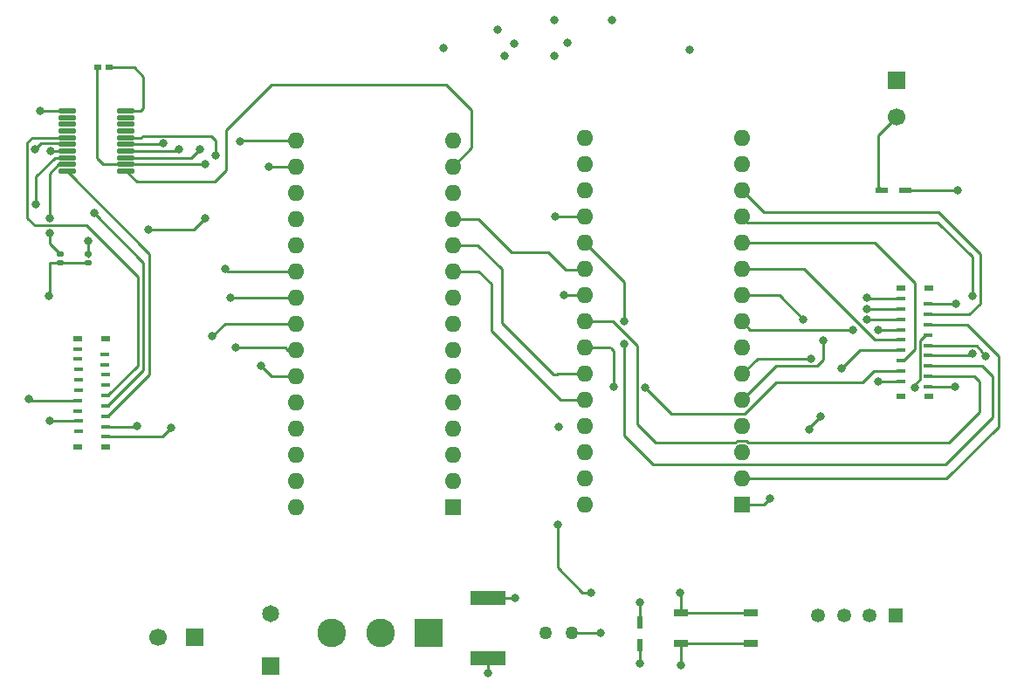
<source format=gtl>
%TF.GenerationSoftware,KiCad,Pcbnew,6.0.10-86aedd382b~118~ubuntu18.04.1*%
%TF.CreationDate,2023-06-08T12:45:09-07:00*%
%TF.ProjectId,1000026_V0.kicad_pcb,31303030-3032-4365-9f56-302e6b696361,rev?*%
%TF.SameCoordinates,Original*%
%TF.FileFunction,Copper,L1,Top*%
%TF.FilePolarity,Positive*%
%FSLAX46Y46*%
G04 Gerber Fmt 4.6, Leading zero omitted, Abs format (unit mm)*
G04 Created by KiCad (PCBNEW 6.0.10-86aedd382b~118~ubuntu18.04.1) date 2023-06-08 12:45:09*
%MOMM*%
%LPD*%
G01*
G04 APERTURE LIST*
G04 Aperture macros list*
%AMRoundRect*
0 Rectangle with rounded corners*
0 $1 Rounding radius*
0 $2 $3 $4 $5 $6 $7 $8 $9 X,Y pos of 4 corners*
0 Add a 4 corners polygon primitive as box body*
4,1,4,$2,$3,$4,$5,$6,$7,$8,$9,$2,$3,0*
0 Add four circle primitives for the rounded corners*
1,1,$1+$1,$2,$3*
1,1,$1+$1,$4,$5*
1,1,$1+$1,$6,$7*
1,1,$1+$1,$8,$9*
0 Add four rect primitives between the rounded corners*
20,1,$1+$1,$2,$3,$4,$5,0*
20,1,$1+$1,$4,$5,$6,$7,0*
20,1,$1+$1,$6,$7,$8,$9,0*
20,1,$1+$1,$8,$9,$2,$3,0*%
G04 Aperture macros list end*
%TA.AperFunction,ComponentPad*%
%ADD10R,1.600000X1.600000*%
%TD*%
%TA.AperFunction,ComponentPad*%
%ADD11O,1.600000X1.600000*%
%TD*%
%TA.AperFunction,SMDPad,CuDef*%
%ADD12R,3.460000X1.330000*%
%TD*%
%TA.AperFunction,SMDPad,CuDef*%
%ADD13R,0.832200X0.605600*%
%TD*%
%TA.AperFunction,SMDPad,CuDef*%
%ADD14R,0.850000X0.400000*%
%TD*%
%TA.AperFunction,SMDPad,CuDef*%
%ADD15RoundRect,0.075600X-0.224400X-0.194400X0.224400X-0.194400X0.224400X0.194400X-0.224400X0.194400X0*%
%TD*%
%TA.AperFunction,ComponentPad*%
%ADD16R,1.700000X1.700000*%
%TD*%
%TA.AperFunction,ComponentPad*%
%ADD17C,1.700000*%
%TD*%
%TA.AperFunction,SMDPad,CuDef*%
%ADD18R,1.411198X0.771200*%
%TD*%
%TA.AperFunction,ComponentPad*%
%ADD19R,1.651000X1.651000*%
%TD*%
%TA.AperFunction,ComponentPad*%
%ADD20C,1.651000*%
%TD*%
%TA.AperFunction,SMDPad,CuDef*%
%ADD21R,1.157199X0.466400*%
%TD*%
%TA.AperFunction,SMDPad,CuDef*%
%ADD22R,0.466400X1.157199*%
%TD*%
%TA.AperFunction,ComponentPad*%
%ADD23R,1.350000X1.350000*%
%TD*%
%TA.AperFunction,ComponentPad*%
%ADD24C,1.350000*%
%TD*%
%TA.AperFunction,ComponentPad*%
%ADD25R,2.775000X2.775000*%
%TD*%
%TA.AperFunction,ComponentPad*%
%ADD26C,2.775000*%
%TD*%
%TA.AperFunction,ComponentPad*%
%ADD27C,1.270000*%
%TD*%
%TA.AperFunction,SMDPad,CuDef*%
%ADD28R,0.654800X0.508000*%
%TD*%
%TA.AperFunction,SMDPad,CuDef*%
%ADD29RoundRect,0.020500X0.764500X0.184500X-0.764500X0.184500X-0.764500X-0.184500X0.764500X-0.184500X0*%
%TD*%
%TA.AperFunction,ViaPad*%
%ADD30C,0.800000*%
%TD*%
%TA.AperFunction,Conductor*%
%ADD31C,0.250000*%
%TD*%
G04 APERTURE END LIST*
D10*
%TO.P,A2,1,D1/TX*%
%TO.N,unconnected-(A2-Pad1)*%
X140364800Y-103413200D03*
D11*
%TO.P,A2,2,D0/RX*%
%TO.N,unconnected-(A2-Pad2)*%
X140364800Y-100873200D03*
%TO.P,A2,3,~{RESET}*%
%TO.N,unconnected-(A2-Pad3)*%
X140364800Y-98333200D03*
%TO.P,A2,4,GND*%
%TO.N,unconnected-(A2-Pad4)*%
X140364800Y-95793200D03*
%TO.P,A2,5,D2*%
%TO.N,unconnected-(A2-Pad5)*%
X140364800Y-93253200D03*
%TO.P,A2,6,~D3*%
%TO.N,unconnected-(A2-Pad6)*%
X140364800Y-90713200D03*
%TO.P,A2,7,D4*%
%TO.N,unconnected-(A2-Pad7)*%
X140364800Y-88173200D03*
%TO.P,A2,8,~D5*%
%TO.N,unconnected-(A2-Pad8)*%
X140364800Y-85633200D03*
%TO.P,A2,9,~D6*%
%TO.N,unconnected-(A2-Pad9)*%
X140364800Y-83093200D03*
%TO.P,A2,10,D7*%
%TO.N,bit_0*%
X140364800Y-80553200D03*
%TO.P,A2,11,D8*%
%TO.N,bit_1*%
X140364800Y-78013200D03*
%TO.P,A2,12,~D9*%
%TO.N,bit_2*%
X140364800Y-75473200D03*
%TO.P,A2,13,~D10*%
%TO.N,unconnected-(A2-Pad13)*%
X140364800Y-72933200D03*
%TO.P,A2,14,D11/MOSI*%
%TO.N,/MOSI*%
X140364800Y-70393200D03*
%TO.P,A2,15,~D12/MSIO*%
%TO.N,unconnected-(A2-Pad15)*%
X140364800Y-67853200D03*
%TO.P,A2,16,D13/SCK*%
%TO.N,SCK*%
X125124800Y-67853200D03*
%TO.P,A2,17,3V3*%
%TO.N,3.3V_2*%
X125124800Y-70393200D03*
%TO.P,A2,18,AREF*%
%TO.N,unconnected-(A2-Pad18)*%
X125124800Y-72933200D03*
%TO.P,A2,19,D14/A0*%
%TO.N,unconnected-(A2-Pad19)*%
X125124800Y-75473200D03*
%TO.P,A2,20,D15/A1*%
%TO.N,Analog*%
X125124800Y-78013200D03*
%TO.P,A2,21,D16/A2*%
%TO.N,CS*%
X125124800Y-80553200D03*
%TO.P,A2,22,D17/A3*%
%TO.N,DC*%
X125124800Y-83093200D03*
%TO.P,A2,23,D18/SDA/A4*%
%TO.N,SDA_2*%
X125124800Y-85633200D03*
%TO.P,A2,24,D19/SCL/A5*%
%TO.N,SDL_2*%
X125124800Y-88173200D03*
%TO.P,A2,25,D20/A6*%
%TO.N,RST*%
X125124800Y-90713200D03*
%TO.P,A2,26,D21/A7*%
%TO.N,unconnected-(A2-Pad26)*%
X125124800Y-93253200D03*
%TO.P,A2,27,+5V*%
%TO.N,5V_2*%
X125124800Y-95793200D03*
%TO.P,A2,28,~{RESET}*%
%TO.N,unconnected-(A2-Pad28)*%
X125124800Y-98333200D03*
%TO.P,A2,29,GND*%
%TO.N,GND*%
X125124800Y-100873200D03*
%TO.P,A2,30,VIN*%
%TO.N,7.4V*%
X125124800Y-103413200D03*
%TD*%
D12*
%TO.P,R1,1*%
%TO.N,7.4V*%
X143749800Y-118093200D03*
%TO.P,R1,2*%
%TO.N,Net-(LED1-Pad2)*%
X143749800Y-112205200D03*
%TD*%
D13*
%TO.P,J2, *%
%TO.N,N/C*%
X106663200Y-97612400D03*
X103996200Y-97612400D03*
X103996200Y-87122200D03*
X106663200Y-87122200D03*
D14*
%TO.P,J2,1,1*%
%TO.N,unconnected-(J2-Pad1)*%
X104020176Y-88057725D03*
%TO.P,J2,2,2*%
%TO.N,unconnected-(J2-Pad2)*%
X106646842Y-88595355D03*
%TO.P,J2,3,3*%
%TO.N,unconnected-(J2-Pad3)*%
X104023550Y-89063346D03*
%TO.P,J2,4,4*%
%TO.N,unconnected-(J2-Pad4)*%
X106646842Y-89595998D03*
%TO.P,J2,5,5*%
%TO.N,unconnected-(J2-Pad5)*%
X104027535Y-90057910D03*
%TO.P,J2,6,6*%
%TO.N,unconnected-(J2-Pad6)*%
X106656400Y-90583525D03*
%TO.P,J2,7,7*%
%TO.N,unconnected-(J2-Pad7)*%
X104027535Y-91068660D03*
%TO.P,J2,8,8*%
%TO.N,unconnected-(J2-Pad8)*%
X106656400Y-91591846D03*
%TO.P,J2,9,9*%
%TO.N,unconnected-(J2-Pad9)*%
X104027535Y-92055114D03*
%TO.P,J2,10,10*%
%TO.N,CS_5V*%
X106652350Y-92592068D03*
%TO.P,J2,11,11*%
%TO.N,RST_5V*%
X104020647Y-93059999D03*
%TO.P,J2,12,12*%
%TO.N,DC_5V*%
X106656400Y-93596340D03*
%TO.P,J2,13,13*%
%TO.N,unconnected-(J2-Pad13)*%
X104020647Y-94068162D03*
%TO.P,J2,14,14*%
%TO.N,MOSI_5V*%
X106651537Y-94603175D03*
%TO.P,J2,15,15*%
%TO.N,SCK_5V*%
X104029900Y-95063659D03*
%TO.P,J2,16,16*%
%TO.N,GND*%
X106657368Y-95594489D03*
%TO.P,J2,17,17*%
%TO.N,unconnected-(J2-Pad17)*%
X104029900Y-96062532D03*
%TO.P,J2,18,18*%
%TO.N,5V_2*%
X106657001Y-96593015D03*
%TD*%
D15*
%TO.P,C3,1*%
%TO.N,3.3V_2*%
X105039800Y-78829000D03*
%TO.P,C3,2*%
%TO.N,GND*%
X105039800Y-79689000D03*
%TD*%
D16*
%TO.P,J5,1,1*%
%TO.N,GND*%
X183373800Y-62063200D03*
D17*
%TO.P,J5,2,2*%
%TO.N,Net-(D3-Pad1)*%
X183373800Y-65563201D03*
%TD*%
D18*
%TO.P,SW1,1,1*%
%TO.N,PB*%
X162456900Y-113649200D03*
%TO.P,SW1,2,2*%
X169238700Y-113649200D03*
%TO.P,SW1,3,3*%
%TO.N,GND*%
X162456900Y-116649200D03*
%TO.P,SW1,4,4*%
X169238700Y-116649200D03*
%TD*%
D10*
%TO.P,A1,1,D1/TX*%
%TO.N,D1*%
X168415300Y-103211200D03*
D11*
%TO.P,A1,2,D0/RX*%
%TO.N,D2*%
X168415300Y-100671200D03*
%TO.P,A1,3,~{RESET}*%
%TO.N,unconnected-(A1-Pad3)*%
X168415300Y-98131200D03*
%TO.P,A1,4,GND*%
%TO.N,unconnected-(A1-Pad4)*%
X168415300Y-95591200D03*
%TO.P,A1,5,D2*%
%TO.N,D3*%
X168415300Y-93051200D03*
%TO.P,A1,6,~D3*%
%TO.N,D4*%
X168415300Y-90511200D03*
%TO.P,A1,7,D4*%
%TO.N,unconnected-(A1-Pad7)*%
X168415300Y-87971200D03*
%TO.P,A1,8,~D5*%
%TO.N,D5*%
X168415300Y-85431200D03*
%TO.P,A1,9,~D6*%
%TO.N,D6*%
X168415300Y-82891200D03*
%TO.P,A1,10,D7*%
%TO.N,D7*%
X168415300Y-80351200D03*
%TO.P,A1,11,D8*%
%TO.N,VSYNC*%
X168415300Y-77811200D03*
%TO.P,A1,12,~D9*%
%TO.N,XCLK*%
X168415300Y-75271200D03*
%TO.P,A1,13,~D10*%
%TO.N,D0*%
X168415300Y-72731200D03*
%TO.P,A1,14,D11/MOSI*%
%TO.N,unconnected-(A1-Pad14)*%
X168415300Y-70191200D03*
%TO.P,A1,15,~D12/MSIO*%
%TO.N,PWM*%
X168415300Y-67651200D03*
%TO.P,A1,16,D13/SCK*%
%TO.N,unconnected-(A1-Pad16)*%
X153175300Y-67651200D03*
%TO.P,A1,17,3V3*%
%TO.N,3.3V_1*%
X153175300Y-70191200D03*
%TO.P,A1,18,AREF*%
%TO.N,unconnected-(A1-Pad18)*%
X153175300Y-72731200D03*
%TO.P,A1,19,D14/A0*%
%TO.N,PCLK*%
X153175300Y-75271200D03*
%TO.P,A1,20,D15/A1*%
%TO.N,HS*%
X153175300Y-77811200D03*
%TO.P,A1,21,D16/A2*%
%TO.N,bit_2*%
X153175300Y-80351200D03*
%TO.P,A1,22,D17/A3*%
%TO.N,PB*%
X153175300Y-82891200D03*
%TO.P,A1,23,D18/SDA/A4*%
%TO.N,SDA_1*%
X153175300Y-85431200D03*
%TO.P,A1,24,D19/SCL/A5*%
%TO.N,SCL_1*%
X153175300Y-87971200D03*
%TO.P,A1,25,D20/A6*%
%TO.N,bit_1*%
X153175300Y-90511200D03*
%TO.P,A1,26,D21/A7*%
%TO.N,bit_0*%
X153175300Y-93051200D03*
%TO.P,A1,27,+5V*%
%TO.N,5V_1*%
X153175300Y-95591200D03*
%TO.P,A1,28,~{RESET}*%
%TO.N,unconnected-(A1-Pad28)*%
X153175300Y-98131200D03*
%TO.P,A1,29,GND*%
%TO.N,GND*%
X153175300Y-100671200D03*
%TO.P,A1,30,VIN*%
%TO.N,7.4V*%
X153175300Y-103211200D03*
%TD*%
D16*
%TO.P,J3,1,1*%
%TO.N,GND*%
X115301291Y-116053151D03*
D17*
%TO.P,J3,2,2*%
%TO.N,7.4V*%
X111801290Y-116053151D03*
%TD*%
D15*
%TO.P,C2,1*%
%TO.N,5V_2*%
X102289800Y-78883200D03*
%TO.P,C2,2*%
%TO.N,GND*%
X102289800Y-79743200D03*
%TD*%
D19*
%TO.P,F1,1,1*%
%TO.N,7.4V*%
X122667800Y-118813200D03*
D20*
%TO.P,F1,2,2*%
%TO.N,Net-(F1-Pad2)*%
X122667800Y-113733200D03*
%TD*%
D21*
%TO.P,D3,1*%
%TO.N,Net-(D3-Pad1)*%
X181989500Y-72731200D03*
%TO.P,D3,2*%
%TO.N,7.4V*%
X184250100Y-72731200D03*
%TD*%
D22*
%TO.P,D1,1*%
%TO.N,7.4V*%
X158539800Y-116818500D03*
%TO.P,D1,2*%
X158539800Y-114557900D03*
%TD*%
D23*
%TO.P,J1,1,1*%
%TO.N,GND*%
X183314800Y-113951000D03*
D24*
%TO.P,J1,2,2*%
%TO.N,SDL_2*%
X180814800Y-113951000D03*
%TO.P,J1,3,3*%
%TO.N,SDA_2*%
X178314800Y-113951000D03*
%TO.P,J1,4,4*%
%TO.N,3.3V_1*%
X175814800Y-113951000D03*
%TD*%
D25*
%TO.P,S1,1*%
%TO.N,7.4V*%
X138035800Y-115657200D03*
D26*
%TO.P,S1,2*%
%TO.N,Net-(F1-Pad2)*%
X133335800Y-115657200D03*
%TO.P,S1,3*%
%TO.N,unconnected-(S1-Pad3)*%
X128635800Y-115657200D03*
%TD*%
D27*
%TO.P,LED1,1*%
%TO.N,GND*%
X151877800Y-115657200D03*
%TO.P,LED1,2*%
%TO.N,Net-(LED1-Pad2)*%
X149337800Y-115657200D03*
%TD*%
D28*
%TO.P,R2,1*%
%TO.N,3.3V_2*%
X105911000Y-60793200D03*
%TO.P,R2,2*%
%TO.N,OE*%
X107023000Y-60793200D03*
%TD*%
D13*
%TO.P,J9, *%
%TO.N,N/C*%
X186492125Y-82180000D03*
X183825125Y-92670200D03*
X183825125Y-82180000D03*
X186492125Y-92670200D03*
D14*
%TO.P,J9,1,1*%
%TO.N,GND*%
X186468149Y-91734675D03*
%TO.P,J9,2,2*%
%TO.N,3.3V_1*%
X183841483Y-91197045D03*
%TO.P,J9,3,3*%
%TO.N,SDA_1*%
X186464775Y-90729054D03*
%TO.P,J9,4,4*%
%TO.N,SCL_1*%
X183841483Y-90196402D03*
%TO.P,J9,5,5*%
%TO.N,HS*%
X186460790Y-89734490D03*
%TO.P,J9,6,6*%
%TO.N,VSYNC*%
X183831925Y-89208875D03*
%TO.P,J9,7,7*%
%TO.N,XCLK*%
X186460790Y-88723740D03*
%TO.P,J9,8,8*%
%TO.N,PCLK*%
X183831925Y-88200554D03*
%TO.P,J9,9,9*%
%TO.N,D6*%
X186460790Y-87737286D03*
%TO.P,J9,10,10*%
%TO.N,D7*%
X183835975Y-87200332D03*
%TO.P,J9,11,11*%
%TO.N,D4*%
X186467678Y-86732401D03*
%TO.P,J9,12,12*%
%TO.N,D5*%
X183831925Y-86196060D03*
%TO.P,J9,13,13*%
%TO.N,D2*%
X186467678Y-85724238D03*
%TO.P,J9,14,14*%
%TO.N,D3*%
X183836788Y-85189225D03*
%TO.P,J9,15,15*%
%TO.N,D0*%
X186458425Y-84728741D03*
%TO.P,J9,16,16*%
%TO.N,D1*%
X183830957Y-84197911D03*
%TO.P,J9,17,17*%
%TO.N,GND*%
X186458425Y-83729868D03*
%TO.P,J9,18,18*%
%TO.N,3.3V_1*%
X183831324Y-83199385D03*
%TD*%
D29*
%TO.P,U1,1,A1*%
%TO.N,/MOSI*%
X108673300Y-70830200D03*
%TO.P,U1,2,VCCA*%
%TO.N,3.3V_2*%
X108673300Y-70180200D03*
%TO.P,U1,3,A2*%
%TO.N,SCK*%
X108673300Y-69530200D03*
%TO.P,U1,4,A3*%
%TO.N,DC*%
X108673300Y-68880200D03*
%TO.P,U1,5,A4*%
%TO.N,RST*%
X108673300Y-68230200D03*
%TO.P,U1,6,A5*%
%TO.N,CS*%
X108673300Y-67580200D03*
%TO.P,U1,7,A6*%
%TO.N,unconnected-(U1-Pad7)*%
X108673300Y-66930200D03*
%TO.P,U1,8,A7*%
%TO.N,unconnected-(U1-Pad8)*%
X108673300Y-66280200D03*
%TO.P,U1,9,A8*%
%TO.N,unconnected-(U1-Pad9)*%
X108673300Y-65630200D03*
%TO.P,U1,10,OE*%
%TO.N,OE*%
X108673300Y-64980200D03*
%TO.P,U1,11,GND*%
%TO.N,GND*%
X102933300Y-64980200D03*
%TO.P,U1,12,B8*%
%TO.N,unconnected-(U1-Pad12)*%
X102933300Y-65630200D03*
%TO.P,U1,13,B7*%
%TO.N,unconnected-(U1-Pad13)*%
X102933300Y-66280200D03*
%TO.P,U1,14,B6*%
%TO.N,unconnected-(U1-Pad14)*%
X102933300Y-66930200D03*
%TO.P,U1,15,B5*%
%TO.N,CS_5V*%
X102933300Y-67580200D03*
%TO.P,U1,16,B4*%
%TO.N,RST_5V*%
X102933300Y-68230200D03*
%TO.P,U1,17,B3*%
%TO.N,DC_5V*%
X102933300Y-68880200D03*
%TO.P,U1,18,B2*%
%TO.N,SCK_5V*%
X102933300Y-69530200D03*
%TO.P,U1,19,VCCB*%
%TO.N,5V_2*%
X102933300Y-70180200D03*
%TO.P,U1,20,B1*%
%TO.N,MOSI_5V*%
X102933300Y-70830200D03*
%TD*%
D30*
%TO.N,3.3V_1*%
X181623645Y-91197045D03*
X180514800Y-83088200D03*
%TO.N,SDA_2*%
X117064800Y-86838200D03*
%TO.N,SDL_2*%
X119347800Y-87971200D03*
%TO.N,PB*%
X153742251Y-111687700D03*
X162414800Y-111688200D03*
X151142800Y-82891200D03*
X150514800Y-105088200D03*
%TO.N,SCL_1*%
X159014800Y-91788200D03*
X155938800Y-91764200D03*
%TO.N,Net-(LED1-Pad2)*%
X146389800Y-112205200D03*
%TO.N,3.3V_2*%
X110839800Y-76463200D03*
X116314800Y-75388200D03*
X122484800Y-70393200D03*
X105039800Y-77588200D03*
X116306800Y-70180200D03*
%TO.N,GND*%
X139439800Y-58863200D03*
X189156468Y-83729868D03*
X151506799Y-58380199D03*
X154671800Y-115657200D03*
X146314800Y-58438200D03*
X101214800Y-82913200D03*
X109713800Y-95591200D03*
X100337200Y-64980200D03*
X163339800Y-59088200D03*
X155789800Y-56213200D03*
X162527300Y-118750700D03*
X189045325Y-91734675D03*
%TO.N,5V_1*%
X150639800Y-95613200D03*
X150227800Y-59650200D03*
X150239800Y-56213200D03*
X145414800Y-59613200D03*
X144740400Y-57110200D03*
%TO.N,SCK*%
X119739800Y-67963200D03*
X115814800Y-68688200D03*
%TO.N,5V_2*%
X113069615Y-95718015D03*
X101255600Y-75373400D03*
X101255600Y-76822400D03*
%TO.N,CS*%
X118324799Y-80343202D03*
X117364800Y-69288200D03*
%TO.N,DC*%
X118789800Y-83088200D03*
X113839800Y-68688200D03*
%TO.N,RST*%
X112289800Y-68137700D03*
X121764800Y-89713200D03*
%TO.N,RST_5V*%
X99876400Y-68674800D03*
X99214300Y-92898800D03*
%TO.N,DC_5V*%
X105564800Y-74913200D03*
X101397800Y-68880200D03*
%TO.N,SCK_5V*%
X99939800Y-74013200D03*
X101286859Y-95063659D03*
%TO.N,7.4V*%
X158539800Y-112613200D03*
X189346800Y-72731200D03*
X158539800Y-118563200D03*
X143764800Y-119538200D03*
%TO.N,HS*%
X156954800Y-85353200D03*
X156954800Y-87628200D03*
%TO.N,XCLK*%
X190736800Y-82931200D03*
X190736800Y-88519200D03*
%TO.N,PCLK*%
X174914300Y-95885200D03*
X178036800Y-89985200D03*
X150306800Y-75271200D03*
X176004800Y-94615200D03*
%TO.N,D4*%
X185148800Y-91821200D03*
X175106672Y-89022401D03*
%TO.N,D6*%
X174368800Y-85217200D03*
X192006800Y-88773200D03*
%TO.N,D1*%
X180514800Y-84197911D03*
X171139800Y-102613200D03*
%TO.N,D3*%
X176263099Y-87253499D03*
X180514800Y-85217200D03*
%TO.N,D5*%
X181592800Y-86233200D03*
X179159800Y-86233200D03*
%TD*%
D31*
%TO.N,3.3V_1*%
X183841483Y-91197045D02*
X181623645Y-91197045D01*
X180625985Y-83199385D02*
X180514800Y-83088200D01*
X183831324Y-83199385D02*
X180625985Y-83199385D01*
%TO.N,bit_0*%
X144089800Y-81788200D02*
X144089800Y-86332200D01*
X142854800Y-80553200D02*
X144089800Y-81788200D01*
X140364800Y-80553200D02*
X142854800Y-80553200D01*
X150808800Y-93051200D02*
X153175300Y-93051200D01*
X144089800Y-86332200D02*
X150808800Y-93051200D01*
%TO.N,bit_1*%
X150516800Y-90511200D02*
X153175300Y-90511200D01*
X142789800Y-78013200D02*
X145114800Y-80338200D01*
X145114800Y-80338200D02*
X145114800Y-85534200D01*
X150489800Y-90538200D02*
X150516800Y-90511200D01*
X145114800Y-85534200D02*
X150118800Y-90538200D01*
X140364800Y-78013200D02*
X142789800Y-78013200D01*
X150118800Y-90538200D02*
X150489800Y-90538200D01*
%TO.N,bit_2*%
X142849800Y-75473200D02*
X146064800Y-78688200D01*
X146064800Y-78688200D02*
X149614800Y-78688200D01*
X151303200Y-80376600D02*
X153149900Y-80376600D01*
X140364800Y-75473200D02*
X142849800Y-75473200D01*
X149614800Y-78688200D02*
X151303200Y-80376600D01*
X153149900Y-80376600D02*
X153175300Y-80351200D01*
%TO.N,SDA_2*%
X125124800Y-85633200D02*
X118269800Y-85633200D01*
X118269800Y-85633200D02*
X117064800Y-86838200D01*
%TO.N,SDL_2*%
X124097800Y-87971200D02*
X124299800Y-88173200D01*
X124299800Y-88173200D02*
X125124800Y-88173200D01*
X119347800Y-87971200D02*
X124097800Y-87971200D01*
%TO.N,PB*%
X150514800Y-105088200D02*
X150514800Y-109263200D01*
X153175300Y-82891200D02*
X151142800Y-82891200D01*
X152939300Y-111687700D02*
X153742251Y-111687700D01*
X150514800Y-109263200D02*
X152939300Y-111687700D01*
X162456900Y-111730300D02*
X162414800Y-111688200D01*
X162456900Y-113649200D02*
X162456900Y-111730300D01*
X162406900Y-113649200D02*
X169288700Y-113649200D01*
%TO.N,SDA_1*%
X180576800Y-97155200D02*
X180568800Y-97163200D01*
X190914654Y-90729054D02*
X191414800Y-91229200D01*
X167949309Y-97006200D02*
X167792309Y-97163200D01*
X158224800Y-87757200D02*
X155898800Y-85431200D01*
X186464775Y-90729054D02*
X190914654Y-90729054D01*
X158224800Y-95377200D02*
X158224800Y-87757200D01*
X169038291Y-97163200D02*
X168881291Y-97006200D01*
X188450800Y-97155200D02*
X180576800Y-97155200D01*
X180568800Y-97163200D02*
X169038291Y-97163200D01*
X167792309Y-97163200D02*
X160010800Y-97163200D01*
X155898800Y-85431200D02*
X153175300Y-85431200D01*
X191414800Y-94191200D02*
X188450800Y-97155200D01*
X168881291Y-97006200D02*
X167949309Y-97006200D01*
X191414800Y-91229200D02*
X191414800Y-94191200D01*
X160010800Y-97163200D02*
X158224800Y-95377200D01*
%TO.N,SCL_1*%
X168696291Y-94361200D02*
X161587800Y-94361200D01*
X171744291Y-91313200D02*
X168696291Y-94361200D01*
X153175300Y-87971200D02*
X155644800Y-87971200D01*
X183841483Y-90196402D02*
X181218793Y-90196402D01*
X180101995Y-91313200D02*
X171744291Y-91313200D01*
X155684800Y-88011200D02*
X155938800Y-88265200D01*
X155938800Y-88265200D02*
X155938800Y-91764200D01*
X161587800Y-94361200D02*
X159014800Y-91788200D01*
X181218793Y-90196402D02*
X180101995Y-91313200D01*
%TO.N,Net-(LED1-Pad2)*%
X143749800Y-112205200D02*
X146389800Y-112205200D01*
%TO.N,/MOSI*%
X122814800Y-62413200D02*
X139714800Y-62413200D01*
X108673300Y-70830200D02*
X109713800Y-71870700D01*
X117282300Y-71870700D02*
X118389800Y-70763200D01*
X142189800Y-64888200D02*
X142189800Y-68568200D01*
X139714800Y-62413200D02*
X142189800Y-64888200D01*
X142189800Y-68568200D02*
X140364800Y-70393200D01*
X109713800Y-71870700D02*
X117282300Y-71870700D01*
X118389800Y-66838200D02*
X122814800Y-62413200D01*
X118389800Y-70763200D02*
X118389800Y-66838200D01*
%TO.N,3.3V_2*%
X105039800Y-77588200D02*
X105039800Y-79094500D01*
X125124800Y-70393200D02*
X122484800Y-70393200D01*
X105811000Y-60793200D02*
X105811000Y-69539600D01*
X116314800Y-75388200D02*
X115239800Y-76463200D01*
X115239800Y-76463200D02*
X110839800Y-76463200D01*
X108673300Y-70180200D02*
X116306800Y-70180200D01*
X106451600Y-70180200D02*
X108673300Y-70180200D01*
X105811000Y-69539600D02*
X106451600Y-70180200D01*
%TO.N,GND*%
X154671800Y-115657200D02*
X151877800Y-115657200D01*
X109595511Y-95594489D02*
X106657368Y-95594489D01*
X101255600Y-79714400D02*
X101255600Y-82872400D01*
X101255600Y-79714400D02*
X105014400Y-79714400D01*
X105014400Y-79714400D02*
X105039800Y-79689000D01*
X102933300Y-64980200D02*
X100337200Y-64980200D01*
X186458425Y-83729868D02*
X189156468Y-83729868D01*
X101255600Y-82872400D02*
X101214800Y-82913200D01*
X162406900Y-116649200D02*
X169288700Y-116649200D01*
X162456900Y-116649200D02*
X162456900Y-118680300D01*
X186468149Y-91734675D02*
X189045325Y-91734675D01*
%TO.N,OE*%
X109459800Y-60793200D02*
X110348800Y-61682200D01*
X110094800Y-64984200D02*
X108677300Y-64984200D01*
X107123000Y-60793200D02*
X109459800Y-60793200D01*
X110348800Y-64730200D02*
X110094800Y-64984200D01*
X108677300Y-64984200D02*
X108673300Y-64980200D01*
X110348800Y-61682200D02*
X110348800Y-64730200D01*
%TO.N,SCK*%
X108673300Y-69530200D02*
X114972800Y-69530200D01*
X114972800Y-69530200D02*
X115814800Y-68688200D01*
X119849800Y-67853200D02*
X119739800Y-67963200D01*
X125124800Y-67853200D02*
X119849800Y-67853200D01*
%TO.N,5V_2*%
X102145689Y-70180200D02*
X101255600Y-71070289D01*
X101255600Y-71070289D02*
X101255600Y-75373400D01*
X101255600Y-77849000D02*
X102289800Y-78883200D01*
X102933300Y-70180200D02*
X102145689Y-70180200D01*
X112194615Y-96593015D02*
X113069615Y-95718015D01*
X106657001Y-96593015D02*
X112194615Y-96593015D01*
X101255600Y-76822400D02*
X101255600Y-77849000D01*
%TO.N,Net-(D3-Pad1)*%
X181595800Y-72387500D02*
X181939500Y-72731200D01*
X183373800Y-65563201D02*
X181595800Y-67341201D01*
X181595800Y-67341201D02*
X181595800Y-72387500D01*
%TO.N,CS*%
X118534797Y-80553200D02*
X118324799Y-80343202D01*
X108673300Y-67580200D02*
X110122800Y-67580200D01*
X116914800Y-67413200D02*
X117364800Y-67863200D01*
X117364800Y-67863200D02*
X117364800Y-69288200D01*
X110122800Y-67580200D02*
X110289800Y-67413200D01*
X110289800Y-67413200D02*
X116914800Y-67413200D01*
X125124800Y-80553200D02*
X118534797Y-80553200D01*
%TO.N,DC*%
X108673300Y-68880200D02*
X113647800Y-68880200D01*
X113647800Y-68880200D02*
X113839800Y-68688200D01*
X118789800Y-83088200D02*
X118794800Y-83093200D01*
X118794800Y-83093200D02*
X125124800Y-83093200D01*
%TO.N,RST*%
X122764800Y-90713200D02*
X121764800Y-89713200D01*
X125124800Y-90713200D02*
X122764800Y-90713200D01*
X108673300Y-68230200D02*
X112197300Y-68230200D01*
X112197300Y-68230200D02*
X112289800Y-68137700D01*
%TO.N,CS_5V*%
X106652350Y-92592068D02*
X106877350Y-92592068D01*
X104849500Y-76097900D02*
X99824500Y-76097900D01*
X99548600Y-67580200D02*
X102933300Y-67580200D01*
X99824500Y-76097900D02*
X99089800Y-75363200D01*
X99089800Y-75363200D02*
X99089800Y-68039000D01*
X106877350Y-92592068D02*
X109790000Y-89679418D01*
X99089800Y-68039000D02*
X99548600Y-67580200D01*
X109790000Y-89679418D02*
X109790000Y-81038400D01*
X109790000Y-81038400D02*
X104849500Y-76097900D01*
%TO.N,RST_5V*%
X100395501Y-68155699D02*
X99876400Y-68674800D01*
X102858799Y-68155699D02*
X100395501Y-68155699D01*
X104020647Y-93059999D02*
X99375499Y-93059999D01*
X102933300Y-68230200D02*
X102858799Y-68155699D01*
X99375499Y-93059999D02*
X99214300Y-92898800D01*
%TO.N,DC_5V*%
X106656400Y-93596340D02*
X106881400Y-93596340D01*
X110348800Y-79697200D02*
X105564800Y-74913200D01*
X110348800Y-90128940D02*
X110348800Y-79697200D01*
X102933300Y-68880200D02*
X101397800Y-68880200D01*
X106881400Y-93596340D02*
X110348800Y-90128940D01*
%TO.N,MOSI_5V*%
X110939800Y-80124600D02*
X110933000Y-80131400D01*
X106876537Y-94603175D02*
X106651537Y-94603175D01*
X110933000Y-90546712D02*
X106876537Y-94603175D01*
X110933000Y-80131400D02*
X110933000Y-90546712D01*
X102933300Y-70830200D02*
X110939800Y-78836700D01*
X110939800Y-78836700D02*
X110939800Y-80124600D01*
%TO.N,SCK_5V*%
X101772398Y-69530200D02*
X99939800Y-71362798D01*
X99939800Y-71362798D02*
X99939800Y-74013200D01*
X102933300Y-69530200D02*
X101772398Y-69530200D01*
X104029900Y-95063659D02*
X101286859Y-95063659D01*
%TO.N,7.4V*%
X158539800Y-112613200D02*
X158539800Y-114557900D01*
X184300100Y-72731200D02*
X189346800Y-72731200D01*
X143749800Y-118093200D02*
X143749800Y-119553200D01*
X158539800Y-116818500D02*
X158539800Y-118563200D01*
%TO.N,HS*%
X192714800Y-94669200D02*
X188112800Y-99271200D01*
X186460790Y-89734490D02*
X191698090Y-89734490D01*
X188112800Y-99271200D02*
X159747800Y-99271200D01*
X191698090Y-89734490D02*
X192714800Y-90751200D01*
X156954800Y-81590700D02*
X156954800Y-85353200D01*
X156954800Y-96478200D02*
X156954800Y-87628200D01*
X153175300Y-77811200D02*
X156954800Y-81590700D01*
X159747800Y-99271200D02*
X156954800Y-96478200D01*
X192714800Y-90751200D02*
X192714800Y-94669200D01*
%TO.N,VSYNC*%
X168415300Y-77811200D02*
X181312800Y-77811200D01*
X185148800Y-81661200D02*
X185148800Y-88117000D01*
X185148800Y-88117000D02*
X184056925Y-89208875D01*
X181312800Y-77811200D02*
X183878800Y-80377200D01*
X183878800Y-80391200D02*
X185148800Y-81661200D01*
X184056925Y-89208875D02*
X183831925Y-89208875D01*
X183878800Y-80377200D02*
X183878800Y-80391200D01*
%TO.N,XCLK*%
X168415300Y-75271200D02*
X168932300Y-75788200D01*
X190532260Y-88723740D02*
X190736800Y-88519200D01*
X186460790Y-88723740D02*
X190532260Y-88723740D01*
X187403800Y-75788200D02*
X190736800Y-79121200D01*
X168932300Y-75788200D02*
X187403800Y-75788200D01*
X190736800Y-79121200D02*
X190736800Y-82931200D01*
%TO.N,PCLK*%
X174914300Y-95705700D02*
X174914300Y-95885200D01*
X176004800Y-94615200D02*
X174914300Y-95705700D01*
X183831925Y-88200554D02*
X179821446Y-88200554D01*
X179821446Y-88200554D02*
X178036800Y-89985200D01*
X153175300Y-75271200D02*
X150306800Y-75271200D01*
%TO.N,D4*%
X185710790Y-91005210D02*
X185148800Y-91567200D01*
X186190675Y-86732401D02*
X185710790Y-87212286D01*
X185148800Y-91567200D02*
X185148800Y-91821200D01*
X185710790Y-87212286D02*
X185710790Y-91005210D01*
X169904099Y-89022401D02*
X175106672Y-89022401D01*
X186467678Y-86732401D02*
X186190675Y-86732401D01*
X168415300Y-90511200D02*
X169904099Y-89022401D01*
%TO.N,D7*%
X181289932Y-87200332D02*
X183835975Y-87200332D01*
X174440800Y-80351200D02*
X181289932Y-87200332D01*
X168415300Y-80351200D02*
X174440800Y-80351200D01*
%TO.N,D6*%
X191224886Y-87737286D02*
X192006800Y-88773200D01*
X186460790Y-87737286D02*
X191224886Y-87737286D01*
X172042800Y-82891200D02*
X174368800Y-85217200D01*
X168415300Y-82891200D02*
X172042800Y-82891200D01*
%TO.N,D1*%
X183830957Y-84197911D02*
X180580089Y-84197911D01*
X170541800Y-103211200D02*
X171139800Y-102613200D01*
X168415300Y-103211200D02*
X170541800Y-103211200D01*
%TO.N,D2*%
X168415300Y-100671200D02*
X188236800Y-100671200D01*
X193276800Y-95631200D02*
X193276800Y-88773200D01*
X188236800Y-100671200D02*
X193276800Y-95631200D01*
X190227838Y-85724238D02*
X186467678Y-85724238D01*
X193276800Y-88773200D02*
X190227838Y-85724238D01*
%TO.N,D3*%
X175665409Y-89746901D02*
X176263099Y-89149211D01*
X168415300Y-93051200D02*
X171719599Y-89746901D01*
X171719599Y-89746901D02*
X175665409Y-89746901D01*
X176263099Y-89149211D02*
X176263099Y-87253499D01*
X183836788Y-85189225D02*
X180604775Y-85189225D01*
X180604775Y-85189225D02*
X180576800Y-85217200D01*
%TO.N,D5*%
X183831925Y-86196060D02*
X181629940Y-86196060D01*
X169217300Y-86233200D02*
X179159800Y-86233200D01*
X181629940Y-86196060D02*
X181592800Y-86233200D01*
X168415300Y-85431200D02*
X169217300Y-86233200D01*
%TO.N,D0*%
X190463259Y-84728741D02*
X186458425Y-84728741D01*
X191498800Y-78867200D02*
X191498800Y-83693200D01*
X187453299Y-74821699D02*
X191498800Y-78867200D01*
X170505799Y-74821699D02*
X187453299Y-74821699D01*
X168415300Y-72731200D02*
X170505799Y-74821699D01*
X191498800Y-83693200D02*
X190463259Y-84728741D01*
%TD*%
M02*

</source>
